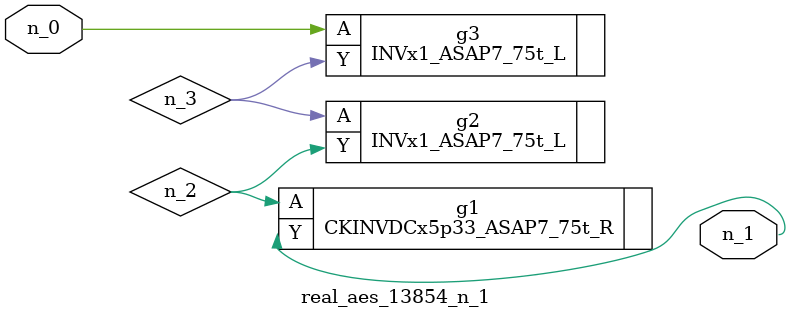
<source format=v>
module real_aes_13854_n_1 (n_0, n_1);
input n_0;
output n_1;
wire n_2;
wire n_3;
INVx1_ASAP7_75t_L g3 ( .A(n_0), .Y(n_3) );
CKINVDCx5p33_ASAP7_75t_R g1 ( .A(n_2), .Y(n_1) );
INVx1_ASAP7_75t_L g2 ( .A(n_3), .Y(n_2) );
endmodule
</source>
